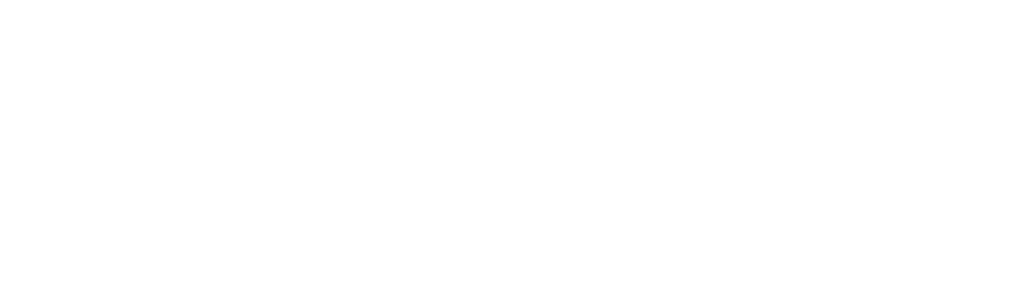
<source format=kicad_pcb>
(kicad_pcb (version 20240108) (generator pcbnew)
  (layers (0 "F.Cu" signal) (31 "B.Cu" signal) (34 "B.Paste" user) (35 "F.Paste" user) (36 "B.SilkS" user "B.Silkscreen") (37 "F.SilkS" user "F.Silkscreen") (38 "B.Mask" user) (39 "F.Mask" user) (44 "Edge.Cuts" user))
  (net 0 "")
  (footprint "MountingHole_6.4mm_M6_ISO7380_Pad" (layer "F.Cu") (at 0 0)
    (property "Reference" "REF**")
    (property "Value" "MountingHole_6.4mm_M6_ISO7380_Pad")
    (pad "1" thru_hole circle (at 0 0) (size 10.5 10.5) (drill 6.4) (layers *.Cu *.Mask) (remove_unused_layers))
  )
)
</source>
